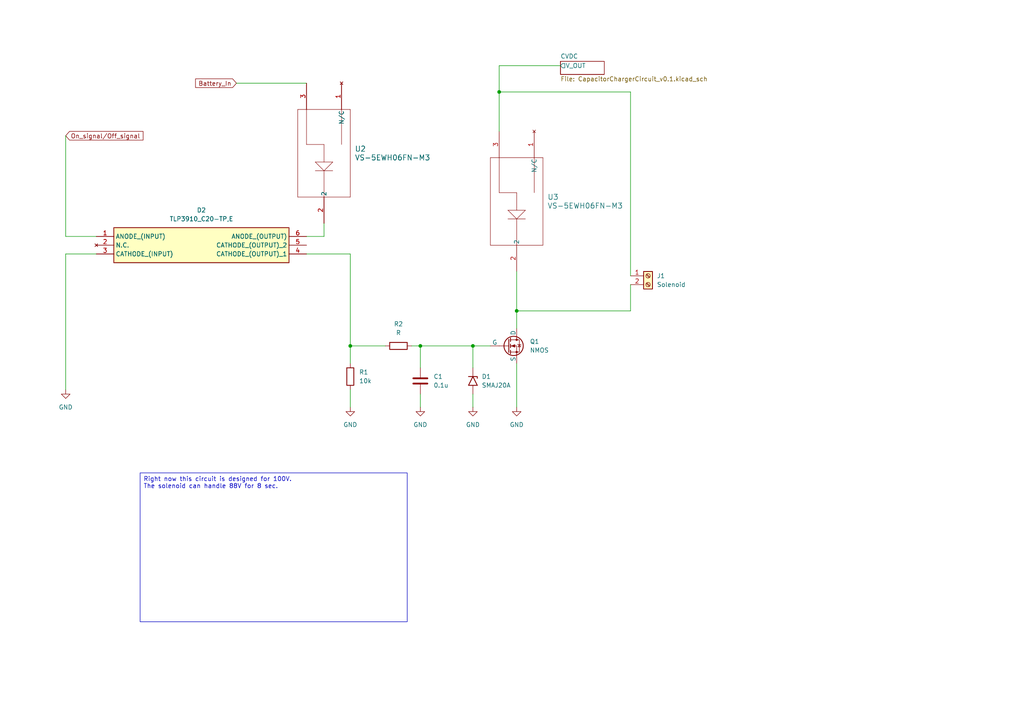
<source format=kicad_sch>
(kicad_sch (version 20231120) (generator "eeschema") (generator_version "8.0")
  (paper "A4")
  (lib_symbols
    (symbol "Connector:Screw_Terminal_01x02" (pin_names (offset 1.016) hide)
      (property "Reference" "J" (at 0 2.54 0))
      (property "Value" "Screw_Terminal_01x02" (at 0 -5.08 0))
      (symbol "Screw_Terminal_01x02_1_1"
        (rectangle (start -1.27 1.27) (end 1.27 -3.81) (stroke (width 0.254)) (fill (type background)))
        (circle (center 0 -2.54) (radius 0.635) (stroke (width 0.1524)))
        (polyline (pts (xy -0.5334 -2.2098) (xy 0.3302 -3.048)) (stroke (width 0.1524)))
        (polyline (pts (xy -0.5334 0.3302) (xy 0.3302 -0.508)) (stroke (width 0.1524)))
        (polyline (pts (xy -0.3556 -2.032) (xy 0.508 -2.8702)) (stroke (width 0.1524)))
        (polyline (pts (xy -0.3556 0.508) (xy 0.508 -0.3302)) (stroke (width 0.1524)))
        (circle (center 0 0) (radius 0.635) (stroke (width 0.1524)))
        (pin passive line (at -5.08 0 0) (length 3.81) (name "Pin_1") (number "1"))
        (pin passive line (at -5.08 -2.54 0) (length 3.81) (name "Pin_2") (number "2"))
      )
    )
    (symbol "Device:C" (pin_numbers hide) (pin_names (offset 0.254))
      (property "Reference" "C" (at 0.635 2.54 0))
      (property "Value" "C" (at 0.635 -2.54 0))
      (symbol "C_0_1"
        (polyline (pts (xy -2.032 -0.762) (xy 2.032 -0.762)) (stroke (width 0.508)))
        (polyline (pts (xy -2.032 0.762) (xy 2.032 0.762)) (stroke (width 0.508)))
      )
      (symbol "C_1_1"
        (pin passive line (at 0 3.81 270) (length 2.794) (name "~") (number "1"))
        (pin passive line (at 0 -3.81 90) (length 2.794) (name "~") (number "2"))
      )
    )
    (symbol "Device:R" (pin_numbers hide) (pin_names (offset 0))
      (property "Reference" "R" (at 2.032 0 90))
      (property "Value" "R" (at 0 0 90))
      (symbol "R_0_1"
        (rectangle (start -1.016 -2.54) (end 1.016 2.54) (stroke (width 0.254)))
      )
      (symbol "R_1_1"
        (pin passive line (at 0 3.81 270) (length 1.27) (name "~") (number "1"))
        (pin passive line (at 0 -3.81 90) (length 1.27) (name "~") (number "2"))
      )
    )
    (symbol "Diode:SMAJ20A" (pin_numbers hide) (pin_names (offset 1.016) hide)
      (property "Reference" "D" (at 0 2.54 0))
      (property "Value" "SMAJ20A" (at 0 -2.54 0))
      (symbol "SMAJ20A_0_1"
        (polyline (pts (xy -0.762 1.27) (xy -1.27 1.27) (xy -1.27 -1.27)) (stroke (width 0.254)))
        (polyline (pts (xy 1.27 1.27) (xy 1.27 -1.27) (xy -1.27 0) (xy 1.27 1.27)) (stroke (width 0.254)))
      )
      (symbol "SMAJ20A_1_1"
        (pin passive line (at -3.81 0 0) (length 2.54) (name "A1") (number "1"))
        (pin passive line (at 3.81 0 180) (length 2.54) (name "A2") (number "2"))
      )
    )
    (symbol "Simulation_SPICE:NMOS" (pin_numbers hide) (pin_names (offset 0))
      (property "Reference" "Q" (at 5.08 1.27 0))
      (property "Value" "NMOS" (at 5.08 -1.27 0))
      (symbol "NMOS_0_1"
        (polyline (pts (xy 0.254 0) (xy -2.54 0)))
        (polyline (pts (xy 0.254 1.905) (xy 0.254 -1.905)) (stroke (width 0.254)))
        (polyline (pts (xy 0.762 -1.27) (xy 0.762 -2.286)) (stroke (width 0.254)))
        (polyline (pts (xy 0.762 0.508) (xy 0.762 -0.508)) (stroke (width 0.254)))
        (polyline (pts (xy 0.762 2.286) (xy 0.762 1.27)) (stroke (width 0.254)))
        (polyline (pts (xy 2.54 2.54) (xy 2.54 1.778)))
        (polyline (pts (xy 2.54 -2.54) (xy 2.54 0) (xy 0.762 0)))
        (polyline (pts (xy 0.762 -1.778) (xy 3.302 -1.778) (xy 3.302 1.778) (xy 0.762 1.778)))
        (polyline (pts (xy 1.016 0) (xy 2.032 0.381) (xy 2.032 -0.381) (xy 1.016 0)) (fill (type outline)))
        (polyline (pts (xy 2.794 0.508) (xy 2.921 0.381) (xy 3.683 0.381) (xy 3.81 0.254)))
        (polyline (pts (xy 3.302 0.381) (xy 2.921 -0.254) (xy 3.683 -0.254) (xy 3.302 0.381)))
        (circle (center 1.651 0) (radius 2.794) (stroke (width 0.254)))
        (circle (center 2.54 -1.778) (radius 0.254) (fill (type outline)))
        (circle (center 2.54 1.778) (radius 0.254) (fill (type outline)))
      )
      (symbol "NMOS_1_1"
        (pin passive line (at 2.54 5.08 270) (length 2.54) (name "D") (number "1"))
        (pin input line (at -5.08 0 0) (length 2.54) (name "G") (number "2"))
        (pin passive line (at 2.54 -5.08 90) (length 2.54) (name "S") (number "3"))
      )
    )
    (symbol "TLP3910_C20-TP_E:TLP3910_C20-TP,E"
      (property "Reference" "D" (at 57.15 7.62 0))
      (property "Value" "TLP3910_C20-TP,E" (at 57.15 5.08 0))
      (symbol "TLP3910_C20-TP,E_1_1"
        (rectangle (start 5.08 2.54) (end 55.88 -7.62) (stroke (width 0.254)) (fill (type background)))
        (pin passive line (at 0 0 0) (length 5.08) (name "ANODE_(INPUT)") (number "1"))
        (pin no_connect line (at 0 -2.54 0) (length 5.08) (name "N.C.") (number "2"))
        (pin passive line (at 0 -5.08 0) (length 5.08) (name "CATHODE_(INPUT)") (number "3"))
        (pin passive line (at 60.96 -5.08 180) (length 5.08) (name "CATHODE_(OUTPUT)_1") (number "4"))
        (pin passive line (at 60.96 -2.54 180) (length 5.08) (name "CATHODE_(OUTPUT)_2") (number "5"))
        (pin passive line (at 60.96 0 180) (length 5.08) (name "ANODE_(OUTPUT)") (number "6"))
      )
    )
    (symbol "VS-5EWH06FN-M3:VS-5EWH06FN-M3" (pin_names (offset 0.254))
      (property "Reference" "U" (at 20.32 7.62 0))
      (property "Value" "VS-5EWH06FN-M3" (at 20.32 5.08 0))
      (symbol "VS-5EWH06FN-M3_0_1"
        (polyline (pts (xy 7.62 -12.7) (xy 33.02 -12.7)) (stroke (width 0.127)))
        (polyline (pts (xy 7.62 -10.16) (xy 17.78 -10.16)) (stroke (width 0.127)))
        (polyline (pts (xy 7.62 0) (xy 17.78 0)) (stroke (width 0.127)))
        (polyline (pts (xy 7.62 2.54) (xy 7.62 -12.7)) (stroke (width 0.127)))
        (polyline (pts (xy 17.78 -10.16) (xy 17.78 -5.08)) (stroke (width 0.127)))
        (polyline (pts (xy 17.78 -5.08) (xy 22.86 -5.08)) (stroke (width 0.127)))
        (polyline (pts (xy 22.86 -7.62) (xy 22.86 -2.54)) (stroke (width 0.127)))
        (polyline (pts (xy 22.86 -7.62) (xy 25.4 -5.08)) (stroke (width 0.127)))
        (polyline (pts (xy 25.4 -7.62) (xy 25.4 -2.54)) (stroke (width 0.127)))
        (polyline (pts (xy 25.4 -5.08) (xy 22.86 -2.54)) (stroke (width 0.127)))
        (polyline (pts (xy 25.4 -5.08) (xy 33.02 -5.08)) (stroke (width 0.127)))
        (polyline (pts (xy 33.02 -12.7) (xy 33.02 2.54)) (stroke (width 0.127)))
        (polyline (pts (xy 33.02 2.54) (xy 7.62 2.54)) (stroke (width 0.127)))
        (pin no_connect line (at 0 0 0) (length 7.62) (name "N/C") (number "1"))
        (pin unspecified line (at 40.64 -5.08 180) (length 7.62) (name "2") (number "2"))
        (pin unspecified line (at 0 -10.16 0) (length 7.62) (name "") (number "3"))
      )
    )
    (symbol "power:GND" (power) (pin_numbers hide) (pin_names (offset 0) hide)
      (property "Value" "GND" (at 0 -3.81 0))
      (symbol "GND_0_1"
        (polyline (pts (xy 0 0) (xy 0 -1.27) (xy 1.27 -1.27) (xy 0 -2.54) (xy -1.27 -1.27) (xy 0 -1.27)))
      )
      (symbol "GND_1_1"
        (pin power_in line (at 0 0 270) (length 0) (name "~") (number "1"))
      )
    )
  )
  (junction (at 144.78 26.67))
  (junction (at 137.16 100.33))
  (junction (at 149.86 90.17))
  (junction (at 121.92 100.33))
  (junction (at 101.6 100.33))
  (wire (pts (xy 68.58 24.13) (xy 88.9 24.13)))
  (wire (pts (xy 88.9 73.66) (xy 101.6 73.66)))
  (wire (pts (xy 101.6 73.66) (xy 101.6 100.33)))
  (wire (pts (xy 101.6 100.33) (xy 101.6 105.41)))
  (wire (pts (xy 149.86 78.74) (xy 149.86 90.17)))
  (wire (pts (xy 19.05 73.66) (xy 27.94 73.66)))
  (wire (pts (xy 137.16 106.68) (xy 137.16 100.33)))
  (wire (pts (xy 121.92 100.33) (xy 121.92 106.68)))
  (wire (pts (xy 121.92 100.33) (xy 137.16 100.33)))
  (wire (pts (xy 88.9 68.58) (xy 93.98 68.58)))
  (wire (pts (xy 19.05 73.66) (xy 19.05 113.03)))
  (wire (pts (xy 19.05 68.58) (xy 27.94 68.58)))
  (wire (pts (xy 182.88 82.55) (xy 182.88 90.17)))
  (wire (pts (xy 149.86 90.17) (xy 182.88 90.17)))
  (wire (pts (xy 19.05 39.37) (xy 19.05 68.58)))
  (wire (pts (xy 144.78 19.05) (xy 162.56 19.05)))
  (wire (pts (xy 144.78 19.05) (xy 144.78 26.67)))
  (wire (pts (xy 144.78 26.67) (xy 144.78 38.1)))
  (wire (pts (xy 101.6 113.03) (xy 101.6 118.11)))
  (wire (pts (xy 111.76 100.33) (xy 101.6 100.33)))
  (wire (pts (xy 121.92 100.33) (xy 119.38 100.33)))
  (wire (pts (xy 137.16 114.3) (xy 137.16 118.11)))
  (wire (pts (xy 121.92 114.3) (xy 121.92 118.11)))
  (wire (pts (xy 182.88 26.67) (xy 144.78 26.67)))
  (wire (pts (xy 137.16 100.33) (xy 142.24 100.33)))
  (wire (pts (xy 93.98 64.77) (xy 93.98 68.58)))
  (wire (pts (xy 149.86 105.41) (xy 149.86 118.11)))
  (wire (pts (xy 182.88 26.67) (xy 182.88 80.01)))
  (wire (pts (xy 149.86 90.17) (xy 149.86 95.25)))
  (text_box "Right now this circuit is designed for 100V. \nThe solenoid can handle 88V for 8 sec." (at 40.64 137.16 0) (size 77.47 43.18) (effects (font (size 1.27 1.27)) (justify left top)))
  (global_label "On_signal{slash}Off_signal" (shape input) (at 19.05 39.37 0) (property "Intersheetrefs" "${INTERSHEET_REFS}" (effects (hide yes))))
  (global_label "Battery_In" (shape input) (at 68.58 24.13 180) (property "Intersheetrefs" "${INTERSHEET_REFS}" (effects (hide yes))))
  (symbol (lib_id "Device:C") (at 121.92 110.49 0) (unit 1)
    (property "Reference" "C1" (at 125.73 109.2199 0) (effects (justify left)))
    (property "Value" "0.1u" (at 125.73 111.7599 0) (effects (justify left)))
    (property "Description" "Unpolarized capacitor" (effects (hide yes)))
  )
  (symbol (lib_id "Simulation_SPICE:NMOS") (at 147.32 100.33 0) (unit 1)
    (property "Reference" "Q1" (at 153.67 99.0599 0) (effects (justify left)))
    (property "Value" "NMOS" (at 153.67 101.5999 0) (effects (justify left)))
    (property "Datasheet" "https://ngspice.sourceforge.io/docs/ngspice-html-manual/manual.xhtml#cha_MOSFETs" (effects (hide yes)))
    (property "Description" "N-MOSFET transistor, drain/source/gate" (effects (hide yes)))
    (property "Sim.Device" "NMOS" (effects (hide yes)))
    (property "Sim.Type" "VDMOS" (effects (hide yes)))
    (property "Sim.Pins" "1=D 2=G 3=S" (effects (hide yes)))
  )
  (symbol (lib_id "TLP3910_C20-TP_E:TLP3910_C20-TP,E") (at 27.94 68.58 0) (unit 1)
    (property "Reference" "D2" (at 58.42 60.96 0))
    (property "Value" "TLP3910_C20-TP,E" (at 58.42 63.5 0))
    (property "Footprint" "SOIC127P1000X220-6N" (effects (hide yes)))
    (property "Datasheet" "https://www.mouser.jp/datasheet/2/408/TLP3910_datasheet_en_20210302-2321212.pdf" (effects (hide yes)))
    (property "Description" "Photodiode Output Optocouplers Photovoltaic Coupler; High Voc; SO6L; RoHS" (effects (hide yes)))
    (property "Height" "2.2" (effects (hide yes)))
    (property "Mouser Part Number" "757-TLP3910C20-TPE" (effects (hide yes)))
    (property "Mouser Price/Stock" "https://www.mouser.co.uk/ProductDetail/Toshiba/TLP3910C20-TPE?qs=TuK3vfAjtkUvVtweYOqjVw%3D%3D" (effects (hide yes)))
    (property "Manufacturer_Name" "Toshiba" (effects (hide yes)))
    (property "Manufacturer_Part_Number" "TLP3910(C20-TP,E" (effects (hide yes)))
  )
  (symbol (lib_id "power:GND") (at 19.05 113.03 0) (unit 1)
    (property "Reference" "#PWR03" (effects (hide yes)))
    (property "Value" "GND" (at 19.05 118.11 0))
    (property "Description" "Power symbol creates a global label with name \"GND\" , ground" (effects (hide yes)))
  )
  (symbol (lib_id "power:GND") (at 101.6 118.11 0) (unit 1)
    (property "Reference" "#PWR01" (effects (hide yes)))
    (property "Value" "GND" (at 101.6 123.19 0))
    (property "Description" "Power symbol creates a global label with name \"GND\" , ground" (effects (hide yes)))
  )
  (symbol (lib_id "power:GND") (at 121.92 118.11 0) (unit 1)
    (property "Reference" "#PWR02" (effects (hide yes)))
    (property "Value" "GND" (at 121.92 123.19 0))
    (property "Description" "Power symbol creates a global label with name \"GND\" , ground" (effects (hide yes)))
  )
  (symbol (lib_id "VS-5EWH06FN-M3:VS-5EWH06FN-M3") (at 154.94 38.1 270) (unit 1)
    (property "Reference" "U3" (at 158.75 57.1499 90) (effects (font (size 1.524 1.524)) (justify left)))
    (property "Value" "VS-5EWH06FN-M3" (at 158.75 59.6899 90) (effects (font (size 1.524 1.524)) (justify left)))
    (property "Footprint" "DPAK_06FN-M3_VIS" (effects (hide yes)))
    (property "Datasheet" "VS-5EWH06FN-M3" (effects (hide yes)))
  )
  (symbol (lib_id "Diode:SMAJ20A") (at 137.16 110.49 270) (unit 1)
    (property "Reference" "D1" (at 139.7 109.2199 90) (effects (justify left)))
    (property "Value" "SMAJ20A" (at 139.7 111.7599 90) (effects (justify left)))
    (property "Footprint" "Diode_SMD:D_SMA" (effects (hide yes)))
    (property "Datasheet" "https://www.littelfuse.com/media?resourcetype=datasheets&itemid=75e32973-b177-4ee3-a0ff-cedaf1abdb93&filename=smaj-datasheet" (effects (hide yes)))
    (property "Description" "400W unidirectional Transient Voltage Suppressor, 20.0Vr, SMA(DO-214AC)" (effects (hide yes)))
  )
  (symbol (lib_id "Connector:Screw_Terminal_01x02") (at 187.96 80.01 0) (unit 1)
    (property "Reference" "J1" (at 190.5 80.0099 0) (effects (justify left)))
    (property "Value" "Solenoid" (at 190.5 82.5499 0) (effects (justify left)))
    (property "Description" "Generic screw terminal, single row, 01x02, script generated (kicad-library-utils/schlib/autogen/connector/)" (effects (hide yes)))
  )
  (symbol (lib_id "Device:R") (at 115.57 100.33 90) (unit 1)
    (property "Reference" "R2" (at 115.57 93.98 90))
    (property "Value" "R" (at 115.57 96.52 90))
    (property "Description" "Resistor" (effects (hide yes)))
  )
  (symbol (lib_id "VS-5EWH06FN-M3:VS-5EWH06FN-M3") (at 99.06 24.13 270) (unit 1)
    (property "Reference" "U2" (at 102.87 43.1799 90) (effects (font (size 1.524 1.524)) (justify left)))
    (property "Value" "VS-5EWH06FN-M3" (at 102.87 45.7199 90) (effects (font (size 1.524 1.524)) (justify left)))
    (property "Footprint" "DPAK_06FN-M3_VIS" (effects (hide yes)))
    (property "Datasheet" "VS-5EWH06FN-M3" (effects (hide yes)))
  )
  (symbol (lib_id "Device:R") (at 101.6 109.22 0) (unit 1)
    (property "Reference" "R1" (at 104.14 107.9499 0) (effects (justify left)))
    (property "Value" "10k" (at 104.14 110.4899 0) (effects (justify left)))
    (property "Description" "Resistor" (effects (hide yes)))
  )
  (symbol (lib_id "power:GND") (at 137.16 118.11 0) (unit 1)
    (property "Reference" "#PWR07" (effects (hide yes)))
    (property "Value" "GND" (at 137.16 123.19 0))
    (property "Description" "Power symbol creates a global label with name \"GND\" , ground" (effects (hide yes)))
  )
  (symbol (lib_id "power:GND") (at 149.86 118.11 0) (unit 1)
    (property "Reference" "#PWR04" (effects (hide yes)))
    (property "Value" "GND" (at 149.86 123.19 0))
    (property "Description" "Power symbol creates a global label with name \"GND\" , ground" (effects (hide yes)))
  )
  (sheet (at 162.56 17.78) (size 12.7 3.81) (stroke (width 0.1524))
    (property "Sheetname" "CVDC" (at 162.56 17.0684 0) (effects (justify left bottom)))
    (property "Sheetfile" "CapacitorChargerCircuit_v0.1.kicad_sch" (at 162.56 22.1746 0) (effects (justify left top)))
    (pin "V_OUT" output (at 162.56 19.05 180))
  )
)
</source>
